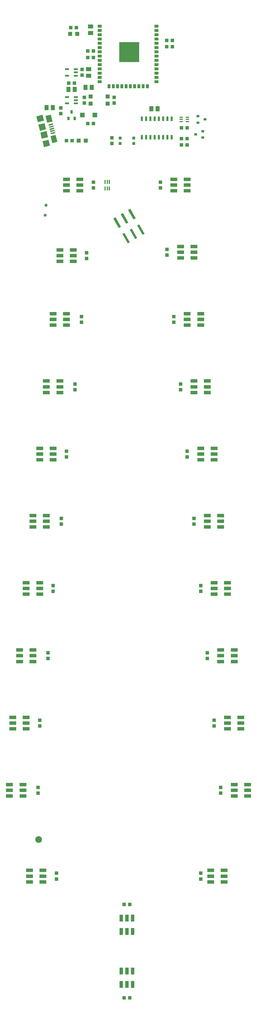
<source format=gbr>
G04 EAGLE Gerber RS-274X export*
G75*
%MOMM*%
%FSLAX34Y34*%
%LPD*%
%INSoldermask Top*%
%IPPOS*%
%AMOC8*
5,1,8,0,0,1.08239X$1,22.5*%
G01*
%ADD10R,1.000000X1.100000*%
%ADD11R,2.000000X1.100000*%
%ADD12R,1.100000X2.000000*%
%ADD13R,1.100000X1.000000*%
%ADD14R,1.500000X1.240000*%
%ADD15R,1.075000X1.000000*%
%ADD16R,1.240000X1.500000*%
%ADD17R,1.200000X0.550000*%
%ADD18R,1.400000X1.400000*%
%ADD19R,1.200000X1.200000*%
%ADD20R,1.000000X1.075000*%
%ADD21R,0.900000X0.900000*%
%ADD22R,0.900000X0.800000*%
%ADD23R,1.200000X0.900000*%
%ADD24R,0.900000X1.200000*%
%ADD25R,6.000000X6.000000*%
%ADD26R,0.635000X1.016000*%
%ADD27R,0.400000X1.350000*%
%ADD28R,2.100000X1.600000*%
%ADD29R,1.900000X1.900000*%
%ADD30R,1.800000X1.900000*%
%ADD31C,0.155000*%
%ADD32C,0.195000*%
%ADD33C,2.000000*%
%ADD34R,0.736600X3.251200*%
%ADD35C,0.900000*%
%ADD36R,0.355600X1.168400*%


D10*
X260000Y-2091500D03*
X260000Y-2108500D03*
X-260000Y-2091500D03*
X-260000Y-2108500D03*
X240000Y-1891500D03*
X240000Y-1908500D03*
X-235000Y-1891500D03*
X-235000Y-1908500D03*
X220000Y-1691500D03*
X220000Y-1708500D03*
X-220000Y-1691500D03*
X-220000Y-1708500D03*
X200000Y-1491500D03*
X200000Y-1508500D03*
X-155000Y-1091500D03*
X-155000Y-1108500D03*
X-195000Y-1491500D03*
X-195000Y-1508500D03*
X180000Y-1291500D03*
X180000Y-1308500D03*
X-180000Y-1291500D03*
X-180000Y-1308500D03*
X160000Y-1091500D03*
X160000Y-1108500D03*
X140000Y-891500D03*
X140000Y-908500D03*
X-135000Y-891500D03*
X-135000Y-908500D03*
X120000Y-691500D03*
X120000Y-708500D03*
X-120000Y-701500D03*
X-120000Y-718500D03*
X100000Y-491500D03*
X100000Y-508500D03*
X-100000Y-491500D03*
X-100000Y-508500D03*
D11*
X-180000Y-483000D03*
X-180000Y-500000D03*
X-180000Y-517000D03*
X-140000Y-517000D03*
X-140000Y-500000D03*
X-140000Y-483000D03*
X220000Y-1283000D03*
X220000Y-1300000D03*
X220000Y-1317000D03*
X260000Y-1317000D03*
X260000Y-1300000D03*
X260000Y-1283000D03*
X-280000Y-1483000D03*
X-280000Y-1500000D03*
X-280000Y-1517000D03*
X-240000Y-1517000D03*
X-240000Y-1500000D03*
X-240000Y-1483000D03*
X240000Y-1483000D03*
X240000Y-1500000D03*
X240000Y-1517000D03*
X280000Y-1517000D03*
X280000Y-1500000D03*
X280000Y-1483000D03*
X-300000Y-1683000D03*
X-300000Y-1700000D03*
X-300000Y-1717000D03*
X-260000Y-1717000D03*
X-260000Y-1700000D03*
X-260000Y-1683000D03*
X260000Y-1683000D03*
X260000Y-1700000D03*
X260000Y-1717000D03*
X300000Y-1717000D03*
X300000Y-1700000D03*
X300000Y-1683000D03*
X-320000Y-1883000D03*
X-320000Y-1900000D03*
X-320000Y-1917000D03*
X-280000Y-1917000D03*
X-280000Y-1900000D03*
X-280000Y-1883000D03*
X280000Y-1883000D03*
X280000Y-1900000D03*
X280000Y-1917000D03*
X320000Y-1917000D03*
X320000Y-1900000D03*
X320000Y-1883000D03*
X-340000Y-2083000D03*
X-340000Y-2100000D03*
X-340000Y-2117000D03*
X-300000Y-2117000D03*
X-300000Y-2100000D03*
X-300000Y-2083000D03*
X300000Y-2083000D03*
X300000Y-2100000D03*
X300000Y-2117000D03*
X340000Y-2117000D03*
X340000Y-2100000D03*
X340000Y-2083000D03*
X-350000Y-2283000D03*
X-350000Y-2300000D03*
X-350000Y-2317000D03*
X-310000Y-2317000D03*
X-310000Y-2300000D03*
X-310000Y-2283000D03*
X140000Y-483000D03*
X140000Y-500000D03*
X140000Y-517000D03*
X180000Y-517000D03*
X180000Y-500000D03*
X180000Y-483000D03*
X320000Y-2283000D03*
X320000Y-2300000D03*
X320000Y-2317000D03*
X360000Y-2317000D03*
X360000Y-2300000D03*
X360000Y-2283000D03*
X-290000Y-2538400D03*
X-290000Y-2555400D03*
X-290000Y-2572400D03*
X-250000Y-2572400D03*
X-250000Y-2555400D03*
X-250000Y-2538400D03*
X250000Y-2538400D03*
X250000Y-2555400D03*
X250000Y-2572400D03*
X290000Y-2572400D03*
X290000Y-2555400D03*
X290000Y-2538400D03*
D12*
X-17000Y-2720000D03*
X0Y-2720000D03*
X17000Y-2720000D03*
X17000Y-2680000D03*
X0Y-2680000D03*
X-17000Y-2680000D03*
X-17000Y-2877700D03*
X0Y-2877700D03*
X17000Y-2877700D03*
X17000Y-2837700D03*
X0Y-2837700D03*
X-17000Y-2837700D03*
D11*
X-200000Y-693000D03*
X-200000Y-710000D03*
X-200000Y-727000D03*
X-160000Y-727000D03*
X-160000Y-710000D03*
X-160000Y-693000D03*
X160000Y-683000D03*
X160000Y-700000D03*
X160000Y-717000D03*
X200000Y-717000D03*
X200000Y-700000D03*
X200000Y-683000D03*
X-220000Y-883000D03*
X-220000Y-900000D03*
X-220000Y-917000D03*
X-180000Y-917000D03*
X-180000Y-900000D03*
X-180000Y-883000D03*
X180000Y-883000D03*
X180000Y-900000D03*
X180000Y-917000D03*
X220000Y-917000D03*
X220000Y-900000D03*
X220000Y-883000D03*
X-240000Y-1083000D03*
X-240000Y-1100000D03*
X-240000Y-1117000D03*
X-200000Y-1117000D03*
X-200000Y-1100000D03*
X-200000Y-1083000D03*
X200000Y-1083000D03*
X200000Y-1100000D03*
X200000Y-1117000D03*
X240000Y-1117000D03*
X240000Y-1100000D03*
X240000Y-1083000D03*
X-260000Y-1283000D03*
X-260000Y-1300000D03*
X-260000Y-1317000D03*
X-220000Y-1317000D03*
X-220000Y-1300000D03*
X-220000Y-1283000D03*
D10*
X-265000Y-2291500D03*
X-265000Y-2308500D03*
X280000Y-2291500D03*
X280000Y-2308500D03*
X-210000Y-2546900D03*
X-210000Y-2563900D03*
X220000Y-2546900D03*
X220000Y-2563900D03*
D13*
X-8500Y-2640000D03*
X8500Y-2640000D03*
X-8500Y-2917700D03*
X8500Y-2917700D03*
D14*
X-114300Y-174600D03*
X-114300Y-155600D03*
D15*
X-173600Y-196850D03*
X-156600Y-196850D03*
D16*
X-104800Y-209550D03*
X-123800Y-209550D03*
D17*
X-152099Y-174600D03*
X-152099Y-165100D03*
X-152099Y-155600D03*
X-178101Y-155600D03*
X-178101Y-174600D03*
D18*
X-132800Y-292100D03*
X-95800Y-292100D03*
D17*
X-152099Y-257150D03*
X-152099Y-247650D03*
X-152099Y-238150D03*
X-178101Y-238150D03*
X-178101Y-257150D03*
D19*
X-107950Y-237150D03*
X-107950Y-258150D03*
D20*
X-127000Y-239150D03*
X-127000Y-256150D03*
D16*
X-174600Y-215900D03*
X-155600Y-215900D03*
D21*
X-20500Y-376300D03*
X-20500Y-360300D03*
X20500Y-360300D03*
X20500Y-376300D03*
D19*
X-57150Y-237150D03*
X-57150Y-258150D03*
D20*
X-38100Y-239150D03*
X-38100Y-256150D03*
D16*
X92050Y-273050D03*
X73050Y-273050D03*
D22*
X204900Y-349250D03*
X225900Y-339750D03*
X225900Y-358750D03*
X233250Y-304800D03*
X212250Y-314300D03*
X212250Y-295300D03*
D20*
X-133350Y-156600D03*
X-133350Y-173600D03*
D14*
X-107950Y-47600D03*
X-107950Y-28600D03*
D23*
X-81380Y-27570D03*
X-81380Y-40270D03*
X-81380Y-52970D03*
X-81380Y-65670D03*
X-81380Y-78370D03*
X-81380Y-91070D03*
X-81380Y-103770D03*
X-81380Y-116470D03*
X-81380Y-129170D03*
X-81380Y-141870D03*
X-81380Y-154570D03*
X-81380Y-167270D03*
X-81380Y-179970D03*
X-81380Y-192670D03*
D24*
X-53380Y-206570D03*
X-40680Y-206570D03*
X-27980Y-206570D03*
X-15280Y-206570D03*
X-2580Y-206570D03*
X10120Y-206570D03*
X22820Y-206570D03*
X35520Y-206570D03*
X48220Y-206570D03*
X60920Y-206570D03*
D23*
X88620Y-192670D03*
X88620Y-179970D03*
X88620Y-167270D03*
X88620Y-154570D03*
X88620Y-141870D03*
X88620Y-129170D03*
X88620Y-116470D03*
X88620Y-103770D03*
X88620Y-91070D03*
X88620Y-78370D03*
X88620Y-65670D03*
X88620Y-52970D03*
X88620Y-40270D03*
X88620Y-27570D03*
D25*
X7020Y-104570D03*
D26*
X-165100Y-282100D03*
X-155600Y-302100D03*
X-174600Y-302100D03*
D15*
X-99450Y-317500D03*
X-116450Y-317500D03*
X-99450Y-101600D03*
X-116450Y-101600D03*
X-116450Y-120650D03*
X-99450Y-120650D03*
D20*
X-44450Y-359800D03*
X-44450Y-376800D03*
X-196850Y-287900D03*
X-196850Y-270900D03*
D27*
G36*
X-229585Y-336313D02*
X-230553Y-332433D01*
X-217455Y-329167D01*
X-216487Y-333047D01*
X-229585Y-336313D01*
G37*
G36*
X-231157Y-330006D02*
X-232125Y-326126D01*
X-219027Y-322860D01*
X-218059Y-326740D01*
X-231157Y-330006D01*
G37*
G36*
X-228013Y-342620D02*
X-228981Y-338740D01*
X-215883Y-335474D01*
X-214915Y-339354D01*
X-228013Y-342620D01*
G37*
G36*
X-232730Y-323699D02*
X-233698Y-319819D01*
X-220600Y-316553D01*
X-219632Y-320433D01*
X-232730Y-323699D01*
G37*
G36*
X-226440Y-348927D02*
X-227408Y-345047D01*
X-214310Y-341781D01*
X-213342Y-345661D01*
X-226440Y-348927D01*
G37*
D28*
G36*
X-237454Y-315086D02*
X-242534Y-294711D01*
X-227010Y-290840D01*
X-221930Y-311215D01*
X-237454Y-315086D01*
G37*
G36*
X-222455Y-375245D02*
X-227535Y-354870D01*
X-212011Y-350999D01*
X-206931Y-371374D01*
X-222455Y-375245D01*
G37*
D29*
G36*
X-259297Y-339084D02*
X-263894Y-320649D01*
X-245459Y-316052D01*
X-240862Y-334487D01*
X-259297Y-339084D01*
G37*
G36*
X-253491Y-362371D02*
X-258088Y-343936D01*
X-239653Y-339339D01*
X-235056Y-357774D01*
X-253491Y-362371D01*
G37*
D30*
G36*
X-265708Y-313370D02*
X-270063Y-295906D01*
X-251628Y-291310D01*
X-247273Y-308774D01*
X-265708Y-313370D01*
G37*
G36*
X-247322Y-387113D02*
X-251677Y-369649D01*
X-233242Y-365053D01*
X-228887Y-382517D01*
X-247322Y-387113D01*
G37*
D15*
X179950Y-330200D03*
X162950Y-330200D03*
X162950Y-361950D03*
X179950Y-361950D03*
X162950Y-381000D03*
X179950Y-381000D03*
D31*
X131025Y-308475D02*
X131025Y-296925D01*
X135675Y-296925D01*
X135675Y-308475D01*
X131025Y-308475D01*
X131025Y-307003D02*
X135675Y-307003D01*
X135675Y-305531D02*
X131025Y-305531D01*
X131025Y-304059D02*
X135675Y-304059D01*
X135675Y-302587D02*
X131025Y-302587D01*
X131025Y-301115D02*
X135675Y-301115D01*
X135675Y-299643D02*
X131025Y-299643D01*
X131025Y-298171D02*
X135675Y-298171D01*
X118325Y-296925D02*
X118325Y-308475D01*
X118325Y-296925D02*
X122975Y-296925D01*
X122975Y-308475D01*
X118325Y-308475D01*
X118325Y-307003D02*
X122975Y-307003D01*
X122975Y-305531D02*
X118325Y-305531D01*
X118325Y-304059D02*
X122975Y-304059D01*
X122975Y-302587D02*
X118325Y-302587D01*
X118325Y-301115D02*
X122975Y-301115D01*
X122975Y-299643D02*
X118325Y-299643D01*
X118325Y-298171D02*
X122975Y-298171D01*
X105625Y-296925D02*
X105625Y-308475D01*
X105625Y-296925D02*
X110275Y-296925D01*
X110275Y-308475D01*
X105625Y-308475D01*
X105625Y-307003D02*
X110275Y-307003D01*
X110275Y-305531D02*
X105625Y-305531D01*
X105625Y-304059D02*
X110275Y-304059D01*
X110275Y-302587D02*
X105625Y-302587D01*
X105625Y-301115D02*
X110275Y-301115D01*
X110275Y-299643D02*
X105625Y-299643D01*
X105625Y-298171D02*
X110275Y-298171D01*
X92925Y-296925D02*
X92925Y-308475D01*
X92925Y-296925D02*
X97575Y-296925D01*
X97575Y-308475D01*
X92925Y-308475D01*
X92925Y-307003D02*
X97575Y-307003D01*
X97575Y-305531D02*
X92925Y-305531D01*
X92925Y-304059D02*
X97575Y-304059D01*
X97575Y-302587D02*
X92925Y-302587D01*
X92925Y-301115D02*
X97575Y-301115D01*
X97575Y-299643D02*
X92925Y-299643D01*
X92925Y-298171D02*
X97575Y-298171D01*
X80225Y-296925D02*
X80225Y-308475D01*
X80225Y-296925D02*
X84875Y-296925D01*
X84875Y-308475D01*
X80225Y-308475D01*
X80225Y-307003D02*
X84875Y-307003D01*
X84875Y-305531D02*
X80225Y-305531D01*
X80225Y-304059D02*
X84875Y-304059D01*
X84875Y-302587D02*
X80225Y-302587D01*
X80225Y-301115D02*
X84875Y-301115D01*
X84875Y-299643D02*
X80225Y-299643D01*
X80225Y-298171D02*
X84875Y-298171D01*
X67525Y-296925D02*
X67525Y-308475D01*
X67525Y-296925D02*
X72175Y-296925D01*
X72175Y-308475D01*
X67525Y-308475D01*
X67525Y-307003D02*
X72175Y-307003D01*
X72175Y-305531D02*
X67525Y-305531D01*
X67525Y-304059D02*
X72175Y-304059D01*
X72175Y-302587D02*
X67525Y-302587D01*
X67525Y-301115D02*
X72175Y-301115D01*
X72175Y-299643D02*
X67525Y-299643D01*
X67525Y-298171D02*
X72175Y-298171D01*
X54825Y-296925D02*
X54825Y-308475D01*
X54825Y-296925D02*
X59475Y-296925D01*
X59475Y-308475D01*
X54825Y-308475D01*
X54825Y-307003D02*
X59475Y-307003D01*
X59475Y-305531D02*
X54825Y-305531D01*
X54825Y-304059D02*
X59475Y-304059D01*
X59475Y-302587D02*
X54825Y-302587D01*
X54825Y-301115D02*
X59475Y-301115D01*
X59475Y-299643D02*
X54825Y-299643D01*
X54825Y-298171D02*
X59475Y-298171D01*
X42125Y-296925D02*
X42125Y-308475D01*
X42125Y-296925D02*
X46775Y-296925D01*
X46775Y-308475D01*
X42125Y-308475D01*
X42125Y-307003D02*
X46775Y-307003D01*
X46775Y-305531D02*
X42125Y-305531D01*
X42125Y-304059D02*
X46775Y-304059D01*
X46775Y-302587D02*
X42125Y-302587D01*
X42125Y-301115D02*
X46775Y-301115D01*
X46775Y-299643D02*
X42125Y-299643D01*
X42125Y-298171D02*
X46775Y-298171D01*
X42125Y-351925D02*
X42125Y-363475D01*
X42125Y-351925D02*
X46775Y-351925D01*
X46775Y-363475D01*
X42125Y-363475D01*
X42125Y-362003D02*
X46775Y-362003D01*
X46775Y-360531D02*
X42125Y-360531D01*
X42125Y-359059D02*
X46775Y-359059D01*
X46775Y-357587D02*
X42125Y-357587D01*
X42125Y-356115D02*
X46775Y-356115D01*
X46775Y-354643D02*
X42125Y-354643D01*
X42125Y-353171D02*
X46775Y-353171D01*
X54825Y-351925D02*
X54825Y-363475D01*
X54825Y-351925D02*
X59475Y-351925D01*
X59475Y-363475D01*
X54825Y-363475D01*
X54825Y-362003D02*
X59475Y-362003D01*
X59475Y-360531D02*
X54825Y-360531D01*
X54825Y-359059D02*
X59475Y-359059D01*
X59475Y-357587D02*
X54825Y-357587D01*
X54825Y-356115D02*
X59475Y-356115D01*
X59475Y-354643D02*
X54825Y-354643D01*
X54825Y-353171D02*
X59475Y-353171D01*
X67525Y-351925D02*
X67525Y-363475D01*
X67525Y-351925D02*
X72175Y-351925D01*
X72175Y-363475D01*
X67525Y-363475D01*
X67525Y-362003D02*
X72175Y-362003D01*
X72175Y-360531D02*
X67525Y-360531D01*
X67525Y-359059D02*
X72175Y-359059D01*
X72175Y-357587D02*
X67525Y-357587D01*
X67525Y-356115D02*
X72175Y-356115D01*
X72175Y-354643D02*
X67525Y-354643D01*
X67525Y-353171D02*
X72175Y-353171D01*
X80225Y-351925D02*
X80225Y-363475D01*
X80225Y-351925D02*
X84875Y-351925D01*
X84875Y-363475D01*
X80225Y-363475D01*
X80225Y-362003D02*
X84875Y-362003D01*
X84875Y-360531D02*
X80225Y-360531D01*
X80225Y-359059D02*
X84875Y-359059D01*
X84875Y-357587D02*
X80225Y-357587D01*
X80225Y-356115D02*
X84875Y-356115D01*
X84875Y-354643D02*
X80225Y-354643D01*
X80225Y-353171D02*
X84875Y-353171D01*
X92925Y-351925D02*
X92925Y-363475D01*
X92925Y-351925D02*
X97575Y-351925D01*
X97575Y-363475D01*
X92925Y-363475D01*
X92925Y-362003D02*
X97575Y-362003D01*
X97575Y-360531D02*
X92925Y-360531D01*
X92925Y-359059D02*
X97575Y-359059D01*
X97575Y-357587D02*
X92925Y-357587D01*
X92925Y-356115D02*
X97575Y-356115D01*
X97575Y-354643D02*
X92925Y-354643D01*
X92925Y-353171D02*
X97575Y-353171D01*
X105625Y-351925D02*
X105625Y-363475D01*
X105625Y-351925D02*
X110275Y-351925D01*
X110275Y-363475D01*
X105625Y-363475D01*
X105625Y-362003D02*
X110275Y-362003D01*
X110275Y-360531D02*
X105625Y-360531D01*
X105625Y-359059D02*
X110275Y-359059D01*
X110275Y-357587D02*
X105625Y-357587D01*
X105625Y-356115D02*
X110275Y-356115D01*
X110275Y-354643D02*
X105625Y-354643D01*
X105625Y-353171D02*
X110275Y-353171D01*
X118325Y-351925D02*
X118325Y-363475D01*
X118325Y-351925D02*
X122975Y-351925D01*
X122975Y-363475D01*
X118325Y-363475D01*
X118325Y-362003D02*
X122975Y-362003D01*
X122975Y-360531D02*
X118325Y-360531D01*
X118325Y-359059D02*
X122975Y-359059D01*
X122975Y-357587D02*
X118325Y-357587D01*
X118325Y-356115D02*
X122975Y-356115D01*
X122975Y-354643D02*
X118325Y-354643D01*
X118325Y-353171D02*
X122975Y-353171D01*
X131025Y-351925D02*
X131025Y-363475D01*
X131025Y-351925D02*
X135675Y-351925D01*
X135675Y-363475D01*
X131025Y-363475D01*
X131025Y-362003D02*
X135675Y-362003D01*
X135675Y-360531D02*
X131025Y-360531D01*
X131025Y-359059D02*
X135675Y-359059D01*
X135675Y-357587D02*
X131025Y-357587D01*
X131025Y-356115D02*
X135675Y-356115D01*
X135675Y-354643D02*
X131025Y-354643D01*
X131025Y-353171D02*
X135675Y-353171D01*
D15*
X118500Y-88900D03*
X135500Y-88900D03*
X118500Y-69850D03*
X135500Y-69850D03*
D32*
X176475Y-310325D02*
X185125Y-310325D01*
X185125Y-312275D01*
X176475Y-312275D01*
X176475Y-310325D01*
X176475Y-310423D02*
X185125Y-310423D01*
X185125Y-303825D02*
X176475Y-303825D01*
X185125Y-303825D02*
X185125Y-305775D01*
X176475Y-305775D01*
X176475Y-303825D01*
X176475Y-303923D02*
X185125Y-303923D01*
X185125Y-297325D02*
X176475Y-297325D01*
X185125Y-297325D02*
X185125Y-299275D01*
X176475Y-299275D01*
X176475Y-297325D01*
X176475Y-297423D02*
X185125Y-297423D01*
X166425Y-297325D02*
X157775Y-297325D01*
X166425Y-297325D02*
X166425Y-299275D01*
X157775Y-299275D01*
X157775Y-297325D01*
X157775Y-297423D02*
X166425Y-297423D01*
X166425Y-303825D02*
X157775Y-303825D01*
X166425Y-303825D02*
X166425Y-305775D01*
X157775Y-305775D01*
X157775Y-303825D01*
X157775Y-303923D02*
X166425Y-303923D01*
X166425Y-310325D02*
X157775Y-310325D01*
X166425Y-310325D02*
X166425Y-312275D01*
X157775Y-312275D01*
X157775Y-310325D01*
X157775Y-310423D02*
X166425Y-310423D01*
D33*
X-263398Y-2446406D03*
D34*
G36*
X-40299Y-599667D02*
X-33920Y-595984D01*
X-17665Y-624139D01*
X-24044Y-627822D01*
X-40299Y-599667D01*
G37*
G36*
X-13629Y-645861D02*
X-7250Y-642178D01*
X9005Y-670333D01*
X2626Y-674016D01*
X-13629Y-645861D01*
G37*
G36*
X-18302Y-586967D02*
X-11923Y-583284D01*
X4332Y-611439D01*
X-2047Y-615122D01*
X-18302Y-586967D01*
G37*
G36*
X8368Y-633161D02*
X14747Y-629478D01*
X31002Y-657633D01*
X24623Y-661316D01*
X8368Y-633161D01*
G37*
G36*
X3695Y-574267D02*
X10074Y-570584D01*
X26329Y-598739D01*
X19950Y-602422D01*
X3695Y-574267D01*
G37*
G36*
X30365Y-620461D02*
X36744Y-616778D01*
X52999Y-644933D01*
X46620Y-648616D01*
X30365Y-620461D01*
G37*
D16*
X-220500Y-270000D03*
X-239500Y-270000D03*
D35*
X-243876Y-590239D03*
X-241264Y-560381D03*
D36*
X-51920Y-490601D03*
X-58420Y-490601D03*
X-64920Y-490601D03*
X-64920Y-510159D03*
X-58420Y-510159D03*
X-51920Y-510159D03*
D19*
X-143850Y-368300D03*
X-122850Y-368300D03*
D15*
X-162950Y-368300D03*
X-179950Y-368300D03*
D19*
X-169250Y-50800D03*
X-148250Y-50800D03*
D15*
X-167250Y-31750D03*
X-150250Y-31750D03*
M02*

</source>
